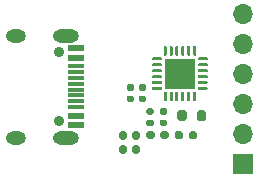
<source format=gbr>
%TF.GenerationSoftware,KiCad,Pcbnew,5.1.10*%
%TF.CreationDate,2021-06-17T01:01:51-05:00*%
%TF.ProjectId,usbttl,75736274-746c-42e6-9b69-6361645f7063,rev?*%
%TF.SameCoordinates,Original*%
%TF.FileFunction,Soldermask,Top*%
%TF.FilePolarity,Negative*%
%FSLAX46Y46*%
G04 Gerber Fmt 4.6, Leading zero omitted, Abs format (unit mm)*
G04 Created by KiCad (PCBNEW 5.1.10) date 2021-06-17 01:01:51*
%MOMM*%
%LPD*%
G01*
G04 APERTURE LIST*
%ADD10O,1.700000X1.700000*%
%ADD11R,1.700000X1.700000*%
%ADD12R,2.600000X2.600000*%
%ADD13C,0.609600*%
%ADD14O,1.701800X1.117600*%
%ADD15O,2.209800X1.117600*%
%ADD16R,1.447800X0.304800*%
%ADD17C,0.914400*%
%ADD18R,1.447800X0.609600*%
G04 APERTURE END LIST*
D10*
%TO.C,J2*%
X110490000Y-83947000D03*
X110490000Y-86487000D03*
X110490000Y-89027000D03*
X110490000Y-91567000D03*
X110490000Y-94107000D03*
D11*
X110490000Y-96647000D03*
%TD*%
%TO.C,U1*%
G36*
G01*
X102806000Y-87839500D02*
X102806000Y-87714500D01*
G75*
G02*
X102868500Y-87652000I62500J0D01*
G01*
X103568500Y-87652000D01*
G75*
G02*
X103631000Y-87714500I0J-62500D01*
G01*
X103631000Y-87839500D01*
G75*
G02*
X103568500Y-87902000I-62500J0D01*
G01*
X102868500Y-87902000D01*
G75*
G02*
X102806000Y-87839500I0J62500D01*
G01*
G37*
G36*
G01*
X102806000Y-88339500D02*
X102806000Y-88214500D01*
G75*
G02*
X102868500Y-88152000I62500J0D01*
G01*
X103568500Y-88152000D01*
G75*
G02*
X103631000Y-88214500I0J-62500D01*
G01*
X103631000Y-88339500D01*
G75*
G02*
X103568500Y-88402000I-62500J0D01*
G01*
X102868500Y-88402000D01*
G75*
G02*
X102806000Y-88339500I0J62500D01*
G01*
G37*
G36*
G01*
X102806000Y-88839500D02*
X102806000Y-88714500D01*
G75*
G02*
X102868500Y-88652000I62500J0D01*
G01*
X103568500Y-88652000D01*
G75*
G02*
X103631000Y-88714500I0J-62500D01*
G01*
X103631000Y-88839500D01*
G75*
G02*
X103568500Y-88902000I-62500J0D01*
G01*
X102868500Y-88902000D01*
G75*
G02*
X102806000Y-88839500I0J62500D01*
G01*
G37*
G36*
G01*
X102806000Y-89339500D02*
X102806000Y-89214500D01*
G75*
G02*
X102868500Y-89152000I62500J0D01*
G01*
X103568500Y-89152000D01*
G75*
G02*
X103631000Y-89214500I0J-62500D01*
G01*
X103631000Y-89339500D01*
G75*
G02*
X103568500Y-89402000I-62500J0D01*
G01*
X102868500Y-89402000D01*
G75*
G02*
X102806000Y-89339500I0J62500D01*
G01*
G37*
G36*
G01*
X102806000Y-89839500D02*
X102806000Y-89714500D01*
G75*
G02*
X102868500Y-89652000I62500J0D01*
G01*
X103568500Y-89652000D01*
G75*
G02*
X103631000Y-89714500I0J-62500D01*
G01*
X103631000Y-89839500D01*
G75*
G02*
X103568500Y-89902000I-62500J0D01*
G01*
X102868500Y-89902000D01*
G75*
G02*
X102806000Y-89839500I0J62500D01*
G01*
G37*
G36*
G01*
X102806000Y-90339500D02*
X102806000Y-90214500D01*
G75*
G02*
X102868500Y-90152000I62500J0D01*
G01*
X103568500Y-90152000D01*
G75*
G02*
X103631000Y-90214500I0J-62500D01*
G01*
X103631000Y-90339500D01*
G75*
G02*
X103568500Y-90402000I-62500J0D01*
G01*
X102868500Y-90402000D01*
G75*
G02*
X102806000Y-90339500I0J62500D01*
G01*
G37*
G36*
G01*
X103781000Y-91314500D02*
X103781000Y-90614500D01*
G75*
G02*
X103843500Y-90552000I62500J0D01*
G01*
X103968500Y-90552000D01*
G75*
G02*
X104031000Y-90614500I0J-62500D01*
G01*
X104031000Y-91314500D01*
G75*
G02*
X103968500Y-91377000I-62500J0D01*
G01*
X103843500Y-91377000D01*
G75*
G02*
X103781000Y-91314500I0J62500D01*
G01*
G37*
G36*
G01*
X104281000Y-91314500D02*
X104281000Y-90614500D01*
G75*
G02*
X104343500Y-90552000I62500J0D01*
G01*
X104468500Y-90552000D01*
G75*
G02*
X104531000Y-90614500I0J-62500D01*
G01*
X104531000Y-91314500D01*
G75*
G02*
X104468500Y-91377000I-62500J0D01*
G01*
X104343500Y-91377000D01*
G75*
G02*
X104281000Y-91314500I0J62500D01*
G01*
G37*
G36*
G01*
X104781000Y-91314500D02*
X104781000Y-90614500D01*
G75*
G02*
X104843500Y-90552000I62500J0D01*
G01*
X104968500Y-90552000D01*
G75*
G02*
X105031000Y-90614500I0J-62500D01*
G01*
X105031000Y-91314500D01*
G75*
G02*
X104968500Y-91377000I-62500J0D01*
G01*
X104843500Y-91377000D01*
G75*
G02*
X104781000Y-91314500I0J62500D01*
G01*
G37*
G36*
G01*
X105281000Y-91314500D02*
X105281000Y-90614500D01*
G75*
G02*
X105343500Y-90552000I62500J0D01*
G01*
X105468500Y-90552000D01*
G75*
G02*
X105531000Y-90614500I0J-62500D01*
G01*
X105531000Y-91314500D01*
G75*
G02*
X105468500Y-91377000I-62500J0D01*
G01*
X105343500Y-91377000D01*
G75*
G02*
X105281000Y-91314500I0J62500D01*
G01*
G37*
G36*
G01*
X105781000Y-91314500D02*
X105781000Y-90614500D01*
G75*
G02*
X105843500Y-90552000I62500J0D01*
G01*
X105968500Y-90552000D01*
G75*
G02*
X106031000Y-90614500I0J-62500D01*
G01*
X106031000Y-91314500D01*
G75*
G02*
X105968500Y-91377000I-62500J0D01*
G01*
X105843500Y-91377000D01*
G75*
G02*
X105781000Y-91314500I0J62500D01*
G01*
G37*
G36*
G01*
X106281000Y-91314500D02*
X106281000Y-90614500D01*
G75*
G02*
X106343500Y-90552000I62500J0D01*
G01*
X106468500Y-90552000D01*
G75*
G02*
X106531000Y-90614500I0J-62500D01*
G01*
X106531000Y-91314500D01*
G75*
G02*
X106468500Y-91377000I-62500J0D01*
G01*
X106343500Y-91377000D01*
G75*
G02*
X106281000Y-91314500I0J62500D01*
G01*
G37*
G36*
G01*
X106681000Y-90339500D02*
X106681000Y-90214500D01*
G75*
G02*
X106743500Y-90152000I62500J0D01*
G01*
X107443500Y-90152000D01*
G75*
G02*
X107506000Y-90214500I0J-62500D01*
G01*
X107506000Y-90339500D01*
G75*
G02*
X107443500Y-90402000I-62500J0D01*
G01*
X106743500Y-90402000D01*
G75*
G02*
X106681000Y-90339500I0J62500D01*
G01*
G37*
G36*
G01*
X106681000Y-89839500D02*
X106681000Y-89714500D01*
G75*
G02*
X106743500Y-89652000I62500J0D01*
G01*
X107443500Y-89652000D01*
G75*
G02*
X107506000Y-89714500I0J-62500D01*
G01*
X107506000Y-89839500D01*
G75*
G02*
X107443500Y-89902000I-62500J0D01*
G01*
X106743500Y-89902000D01*
G75*
G02*
X106681000Y-89839500I0J62500D01*
G01*
G37*
G36*
G01*
X106681000Y-89339500D02*
X106681000Y-89214500D01*
G75*
G02*
X106743500Y-89152000I62500J0D01*
G01*
X107443500Y-89152000D01*
G75*
G02*
X107506000Y-89214500I0J-62500D01*
G01*
X107506000Y-89339500D01*
G75*
G02*
X107443500Y-89402000I-62500J0D01*
G01*
X106743500Y-89402000D01*
G75*
G02*
X106681000Y-89339500I0J62500D01*
G01*
G37*
G36*
G01*
X106681000Y-88839500D02*
X106681000Y-88714500D01*
G75*
G02*
X106743500Y-88652000I62500J0D01*
G01*
X107443500Y-88652000D01*
G75*
G02*
X107506000Y-88714500I0J-62500D01*
G01*
X107506000Y-88839500D01*
G75*
G02*
X107443500Y-88902000I-62500J0D01*
G01*
X106743500Y-88902000D01*
G75*
G02*
X106681000Y-88839500I0J62500D01*
G01*
G37*
G36*
G01*
X106681000Y-88339500D02*
X106681000Y-88214500D01*
G75*
G02*
X106743500Y-88152000I62500J0D01*
G01*
X107443500Y-88152000D01*
G75*
G02*
X107506000Y-88214500I0J-62500D01*
G01*
X107506000Y-88339500D01*
G75*
G02*
X107443500Y-88402000I-62500J0D01*
G01*
X106743500Y-88402000D01*
G75*
G02*
X106681000Y-88339500I0J62500D01*
G01*
G37*
G36*
G01*
X106681000Y-87839500D02*
X106681000Y-87714500D01*
G75*
G02*
X106743500Y-87652000I62500J0D01*
G01*
X107443500Y-87652000D01*
G75*
G02*
X107506000Y-87714500I0J-62500D01*
G01*
X107506000Y-87839500D01*
G75*
G02*
X107443500Y-87902000I-62500J0D01*
G01*
X106743500Y-87902000D01*
G75*
G02*
X106681000Y-87839500I0J62500D01*
G01*
G37*
G36*
G01*
X106281000Y-87439500D02*
X106281000Y-86739500D01*
G75*
G02*
X106343500Y-86677000I62500J0D01*
G01*
X106468500Y-86677000D01*
G75*
G02*
X106531000Y-86739500I0J-62500D01*
G01*
X106531000Y-87439500D01*
G75*
G02*
X106468500Y-87502000I-62500J0D01*
G01*
X106343500Y-87502000D01*
G75*
G02*
X106281000Y-87439500I0J62500D01*
G01*
G37*
G36*
G01*
X105781000Y-87439500D02*
X105781000Y-86739500D01*
G75*
G02*
X105843500Y-86677000I62500J0D01*
G01*
X105968500Y-86677000D01*
G75*
G02*
X106031000Y-86739500I0J-62500D01*
G01*
X106031000Y-87439500D01*
G75*
G02*
X105968500Y-87502000I-62500J0D01*
G01*
X105843500Y-87502000D01*
G75*
G02*
X105781000Y-87439500I0J62500D01*
G01*
G37*
G36*
G01*
X105281000Y-87439500D02*
X105281000Y-86739500D01*
G75*
G02*
X105343500Y-86677000I62500J0D01*
G01*
X105468500Y-86677000D01*
G75*
G02*
X105531000Y-86739500I0J-62500D01*
G01*
X105531000Y-87439500D01*
G75*
G02*
X105468500Y-87502000I-62500J0D01*
G01*
X105343500Y-87502000D01*
G75*
G02*
X105281000Y-87439500I0J62500D01*
G01*
G37*
G36*
G01*
X104781000Y-87439500D02*
X104781000Y-86739500D01*
G75*
G02*
X104843500Y-86677000I62500J0D01*
G01*
X104968500Y-86677000D01*
G75*
G02*
X105031000Y-86739500I0J-62500D01*
G01*
X105031000Y-87439500D01*
G75*
G02*
X104968500Y-87502000I-62500J0D01*
G01*
X104843500Y-87502000D01*
G75*
G02*
X104781000Y-87439500I0J62500D01*
G01*
G37*
G36*
G01*
X104281000Y-87439500D02*
X104281000Y-86739500D01*
G75*
G02*
X104343500Y-86677000I62500J0D01*
G01*
X104468500Y-86677000D01*
G75*
G02*
X104531000Y-86739500I0J-62500D01*
G01*
X104531000Y-87439500D01*
G75*
G02*
X104468500Y-87502000I-62500J0D01*
G01*
X104343500Y-87502000D01*
G75*
G02*
X104281000Y-87439500I0J62500D01*
G01*
G37*
G36*
G01*
X103781000Y-87439500D02*
X103781000Y-86739500D01*
G75*
G02*
X103843500Y-86677000I62500J0D01*
G01*
X103968500Y-86677000D01*
G75*
G02*
X104031000Y-86739500I0J-62500D01*
G01*
X104031000Y-87439500D01*
G75*
G02*
X103968500Y-87502000I-62500J0D01*
G01*
X103843500Y-87502000D01*
G75*
G02*
X103781000Y-87439500I0J62500D01*
G01*
G37*
D12*
X105156000Y-89027000D03*
%TD*%
%TO.C,C1*%
G36*
G01*
X102446000Y-92910000D02*
X102786000Y-92910000D01*
G75*
G02*
X102926000Y-93050000I0J-140000D01*
G01*
X102926000Y-93330000D01*
G75*
G02*
X102786000Y-93470000I-140000J0D01*
G01*
X102446000Y-93470000D01*
G75*
G02*
X102306000Y-93330000I0J140000D01*
G01*
X102306000Y-93050000D01*
G75*
G02*
X102446000Y-92910000I140000J0D01*
G01*
G37*
G36*
G01*
X102446000Y-91950000D02*
X102786000Y-91950000D01*
G75*
G02*
X102926000Y-92090000I0J-140000D01*
G01*
X102926000Y-92370000D01*
G75*
G02*
X102786000Y-92510000I-140000J0D01*
G01*
X102446000Y-92510000D01*
G75*
G02*
X102306000Y-92370000I0J140000D01*
G01*
X102306000Y-92090000D01*
G75*
G02*
X102446000Y-91950000I140000J0D01*
G01*
G37*
%TD*%
%TO.C,C2*%
G36*
G01*
X103589000Y-91950000D02*
X103929000Y-91950000D01*
G75*
G02*
X104069000Y-92090000I0J-140000D01*
G01*
X104069000Y-92370000D01*
G75*
G02*
X103929000Y-92510000I-140000J0D01*
G01*
X103589000Y-92510000D01*
G75*
G02*
X103449000Y-92370000I0J140000D01*
G01*
X103449000Y-92090000D01*
G75*
G02*
X103589000Y-91950000I140000J0D01*
G01*
G37*
G36*
G01*
X103589000Y-92910000D02*
X103929000Y-92910000D01*
G75*
G02*
X104069000Y-93050000I0J-140000D01*
G01*
X104069000Y-93330000D01*
G75*
G02*
X103929000Y-93470000I-140000J0D01*
G01*
X103589000Y-93470000D01*
G75*
G02*
X103449000Y-93330000I0J140000D01*
G01*
X103449000Y-93050000D01*
G75*
G02*
X103589000Y-92910000I140000J0D01*
G01*
G37*
%TD*%
%TO.C,C3*%
G36*
G01*
X102151000Y-91438000D02*
X101811000Y-91438000D01*
G75*
G02*
X101671000Y-91298000I0J140000D01*
G01*
X101671000Y-91018000D01*
G75*
G02*
X101811000Y-90878000I140000J0D01*
G01*
X102151000Y-90878000D01*
G75*
G02*
X102291000Y-91018000I0J-140000D01*
G01*
X102291000Y-91298000D01*
G75*
G02*
X102151000Y-91438000I-140000J0D01*
G01*
G37*
G36*
G01*
X102151000Y-90478000D02*
X101811000Y-90478000D01*
G75*
G02*
X101671000Y-90338000I0J140000D01*
G01*
X101671000Y-90058000D01*
G75*
G02*
X101811000Y-89918000I140000J0D01*
G01*
X102151000Y-89918000D01*
G75*
G02*
X102291000Y-90058000I0J-140000D01*
G01*
X102291000Y-90338000D01*
G75*
G02*
X102151000Y-90478000I-140000J0D01*
G01*
G37*
%TD*%
%TO.C,C4*%
G36*
G01*
X101135000Y-90478000D02*
X100795000Y-90478000D01*
G75*
G02*
X100655000Y-90338000I0J140000D01*
G01*
X100655000Y-90058000D01*
G75*
G02*
X100795000Y-89918000I140000J0D01*
G01*
X101135000Y-89918000D01*
G75*
G02*
X101275000Y-90058000I0J-140000D01*
G01*
X101275000Y-90338000D01*
G75*
G02*
X101135000Y-90478000I-140000J0D01*
G01*
G37*
G36*
G01*
X101135000Y-91438000D02*
X100795000Y-91438000D01*
G75*
G02*
X100655000Y-91298000I0J140000D01*
G01*
X100655000Y-91018000D01*
G75*
G02*
X100795000Y-90878000I140000J0D01*
G01*
X101135000Y-90878000D01*
G75*
G02*
X101275000Y-91018000I0J-140000D01*
G01*
X101275000Y-91298000D01*
G75*
G02*
X101135000Y-91438000I-140000J0D01*
G01*
G37*
%TD*%
D13*
%TO.C,J1*%
X91004900Y-94438195D03*
D14*
X91297000Y-85798161D03*
D13*
X91004900Y-85798161D03*
D15*
X95477000Y-94438225D03*
D16*
X96393000Y-91368256D03*
X96393000Y-91868382D03*
X96393000Y-88868130D03*
X96393000Y-88368004D03*
D14*
X91297000Y-94438195D03*
D17*
X94947000Y-93008192D03*
X94947000Y-87228194D03*
D13*
X94930900Y-94438225D03*
X96023100Y-94438225D03*
X91589100Y-94438195D03*
X91589100Y-85798161D03*
D18*
X96393000Y-93368386D03*
D15*
X95477000Y-85798161D03*
D18*
X96393000Y-92568134D03*
D16*
X96393000Y-90868382D03*
X96393000Y-90368256D03*
X96393000Y-89868130D03*
X96393000Y-89368004D03*
D13*
X94930900Y-85798161D03*
D18*
X96393000Y-87668252D03*
D13*
X96023100Y-85798161D03*
D18*
X96393000Y-86868000D03*
%TD*%
%TO.C,R1*%
G36*
G01*
X101607600Y-95798600D02*
X101287600Y-95798600D01*
G75*
G02*
X101127600Y-95638600I0J160000D01*
G01*
X101127600Y-95243600D01*
G75*
G02*
X101287600Y-95083600I160000J0D01*
G01*
X101607600Y-95083600D01*
G75*
G02*
X101767600Y-95243600I0J-160000D01*
G01*
X101767600Y-95638600D01*
G75*
G02*
X101607600Y-95798600I-160000J0D01*
G01*
G37*
G36*
G01*
X101607600Y-94603600D02*
X101287600Y-94603600D01*
G75*
G02*
X101127600Y-94443600I0J160000D01*
G01*
X101127600Y-94048600D01*
G75*
G02*
X101287600Y-93888600I160000J0D01*
G01*
X101607600Y-93888600D01*
G75*
G02*
X101767600Y-94048600I0J-160000D01*
G01*
X101767600Y-94443600D01*
G75*
G02*
X101607600Y-94603600I-160000J0D01*
G01*
G37*
%TD*%
%TO.C,R2*%
G36*
G01*
X100490000Y-95798600D02*
X100170000Y-95798600D01*
G75*
G02*
X100010000Y-95638600I0J160000D01*
G01*
X100010000Y-95243600D01*
G75*
G02*
X100170000Y-95083600I160000J0D01*
G01*
X100490000Y-95083600D01*
G75*
G02*
X100650000Y-95243600I0J-160000D01*
G01*
X100650000Y-95638600D01*
G75*
G02*
X100490000Y-95798600I-160000J0D01*
G01*
G37*
G36*
G01*
X100490000Y-94603600D02*
X100170000Y-94603600D01*
G75*
G02*
X100010000Y-94443600I0J160000D01*
G01*
X100010000Y-94048600D01*
G75*
G02*
X100170000Y-93888600I160000J0D01*
G01*
X100490000Y-93888600D01*
G75*
G02*
X100650000Y-94048600I0J-160000D01*
G01*
X100650000Y-94443600D01*
G75*
G02*
X100490000Y-94603600I-160000J0D01*
G01*
G37*
%TD*%
%TO.C,R3*%
G36*
G01*
X104947000Y-92858000D02*
X104947000Y-92308000D01*
G75*
G02*
X105147000Y-92108000I200000J0D01*
G01*
X105547000Y-92108000D01*
G75*
G02*
X105747000Y-92308000I0J-200000D01*
G01*
X105747000Y-92858000D01*
G75*
G02*
X105547000Y-93058000I-200000J0D01*
G01*
X105147000Y-93058000D01*
G75*
G02*
X104947000Y-92858000I0J200000D01*
G01*
G37*
G36*
G01*
X106597000Y-92858000D02*
X106597000Y-92308000D01*
G75*
G02*
X106797000Y-92108000I200000J0D01*
G01*
X107197000Y-92108000D01*
G75*
G02*
X107397000Y-92308000I0J-200000D01*
G01*
X107397000Y-92858000D01*
G75*
G02*
X107197000Y-93058000I-200000J0D01*
G01*
X106797000Y-93058000D01*
G75*
G02*
X106597000Y-92858000I0J200000D01*
G01*
G37*
%TD*%
%TO.C,R4*%
G36*
G01*
X103011000Y-94074000D02*
X103011000Y-94394000D01*
G75*
G02*
X102851000Y-94554000I-160000J0D01*
G01*
X102456000Y-94554000D01*
G75*
G02*
X102296000Y-94394000I0J160000D01*
G01*
X102296000Y-94074000D01*
G75*
G02*
X102456000Y-93914000I160000J0D01*
G01*
X102851000Y-93914000D01*
G75*
G02*
X103011000Y-94074000I0J-160000D01*
G01*
G37*
G36*
G01*
X104206000Y-94074000D02*
X104206000Y-94394000D01*
G75*
G02*
X104046000Y-94554000I-160000J0D01*
G01*
X103651000Y-94554000D01*
G75*
G02*
X103491000Y-94394000I0J160000D01*
G01*
X103491000Y-94074000D01*
G75*
G02*
X103651000Y-93914000I160000J0D01*
G01*
X104046000Y-93914000D01*
G75*
G02*
X104206000Y-94074000I0J-160000D01*
G01*
G37*
%TD*%
%TO.C,R5*%
G36*
G01*
X106619000Y-94074000D02*
X106619000Y-94394000D01*
G75*
G02*
X106459000Y-94554000I-160000J0D01*
G01*
X106064000Y-94554000D01*
G75*
G02*
X105904000Y-94394000I0J160000D01*
G01*
X105904000Y-94074000D01*
G75*
G02*
X106064000Y-93914000I160000J0D01*
G01*
X106459000Y-93914000D01*
G75*
G02*
X106619000Y-94074000I0J-160000D01*
G01*
G37*
G36*
G01*
X105424000Y-94074000D02*
X105424000Y-94394000D01*
G75*
G02*
X105264000Y-94554000I-160000J0D01*
G01*
X104869000Y-94554000D01*
G75*
G02*
X104709000Y-94394000I0J160000D01*
G01*
X104709000Y-94074000D01*
G75*
G02*
X104869000Y-93914000I160000J0D01*
G01*
X105264000Y-93914000D01*
G75*
G02*
X105424000Y-94074000I0J-160000D01*
G01*
G37*
%TD*%
M02*

</source>
